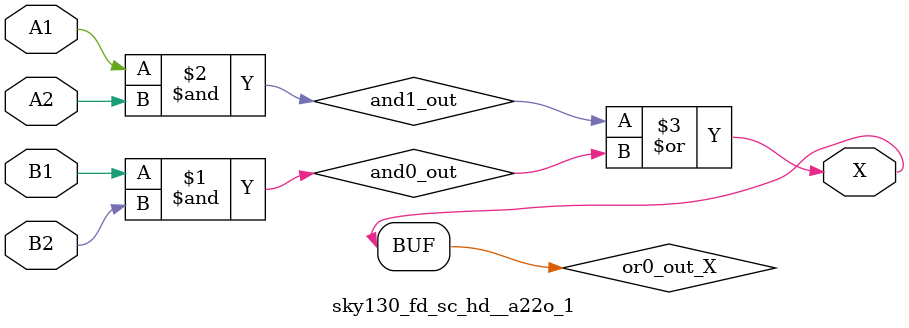
<source format=v>
/*
 * Copyright 2020 The SkyWater PDK Authors
 *
 * Licensed under the Apache License, Version 2.0 (the "License");
 * you may not use this file except in compliance with the License.
 * You may obtain a copy of the License at
 *
 *     https://www.apache.org/licenses/LICENSE-2.0
 *
 * Unless required by applicable law or agreed to in writing, software
 * distributed under the License is distributed on an "AS IS" BASIS,
 * WITHOUT WARRANTIES OR CONDITIONS OF ANY KIND, either express or implied.
 * See the License for the specific language governing permissions and
 * limitations under the License.
 *
 * SPDX-License-Identifier: Apache-2.0
*/


`ifndef SKY130_FD_SC_HD__A22O_1_FUNCTIONAL_V
`define SKY130_FD_SC_HD__A22O_1_FUNCTIONAL_V

/**
 * a22o: 2-input AND into both inputs of 2-input OR.
 *
 *       X = ((A1 & A2) | (B1 & B2))
 *
 * Verilog simulation functional model.
 */

`timescale 1ns / 1ps
`default_nettype none

`celldefine
module sky130_fd_sc_hd__a22o_1 (
    X ,
    A1,
    A2,
    B1,
    B2
);

    // Module ports
    output X ;
    input  A1;
    input  A2;
    input  B1;
    input  B2;

    // Local signals
    wire and0_out ;
    wire and1_out ;
    wire or0_out_X;

    //  Name  Output     Other arguments
    and and0 (and0_out , B1, B2            );
    and and1 (and1_out , A1, A2            );
    or  or0  (or0_out_X, and1_out, and0_out);
    buf buf0 (X        , or0_out_X         );

endmodule
`endcelldefine

`default_nettype wire
`endif  // SKY130_FD_SC_HD__A22O_1_FUNCTIONAL_V

</source>
